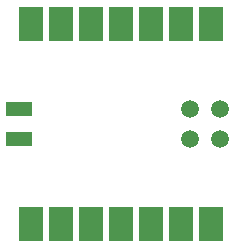
<source format=gbr>
%TF.GenerationSoftware,KiCad,Pcbnew,7.0.10*%
%TF.CreationDate,2025-02-10T10:38:22-05:00*%
%TF.ProjectId,Hackpad,4861636b-7061-4642-9e6b-696361645f70,rev?*%
%TF.SameCoordinates,Original*%
%TF.FileFunction,Paste,Top*%
%TF.FilePolarity,Positive*%
%FSLAX46Y46*%
G04 Gerber Fmt 4.6, Leading zero omitted, Abs format (unit mm)*
G04 Created by KiCad (PCBNEW 7.0.10) date 2025-02-10 10:38:22*
%MOMM*%
%LPD*%
G01*
G04 APERTURE LIST*
%ADD10R,2.000000X3.000000*%
%ADD11C,1.500000*%
%ADD12R,2.300000X1.300000*%
G04 APERTURE END LIST*
D10*
%TO.C,U1*%
X171230000Y-63230000D03*
X168690000Y-63230000D03*
X166150000Y-63230000D03*
X163610000Y-63230000D03*
X161070000Y-63230000D03*
X158530000Y-63230000D03*
X155990000Y-63230000D03*
X155990000Y-80230000D03*
X158530000Y-80230000D03*
X161070000Y-80230000D03*
X163610000Y-80230000D03*
X166150000Y-80230000D03*
X168690000Y-80230000D03*
X171230000Y-80230000D03*
D11*
X172000000Y-70460000D03*
X172000000Y-73000000D03*
X169460000Y-70460000D03*
X169460000Y-73000000D03*
D12*
X155010000Y-70460000D03*
X155010000Y-73000000D03*
%TD*%
M02*

</source>
